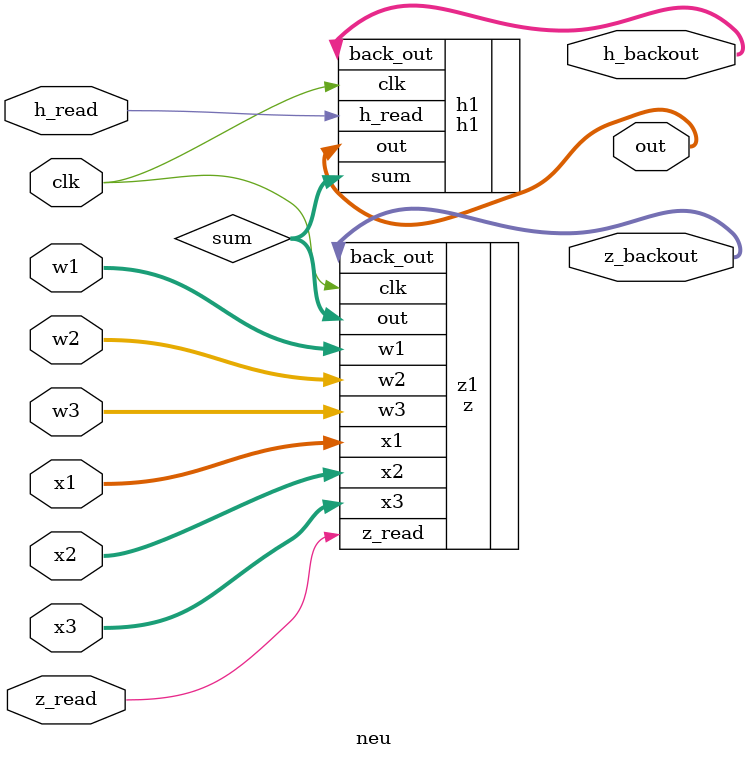
<source format=v>
module neu(
    input [31:0] x1, x2, x3,
    input [31:0] w1, w2, w3,
    input clk,
    input z_read, h_read,
    output[31:0] out,
    output [31:0] z_backout, h_backout
);

wire [31:0] sum;

z z1(.clk(clk), .x1(x1), .x2(x2), .x3(x3), .w1(w1), .w2(w2), .w3(w3), .out(sum), .z_read(z_read), .back_out(z_backout));
h1 h1(.clk(clk), .sum(sum), .out(out), .h_read(h_read), .back_out(h_backout));

endmodule
</source>
